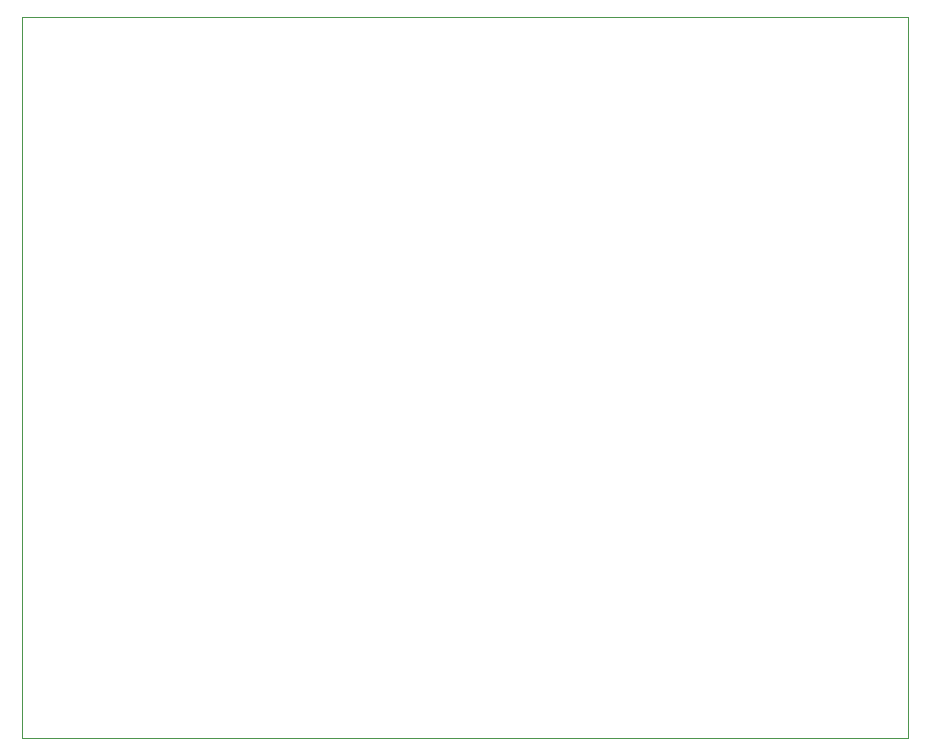
<source format=gbr>
G04 #@! TF.FileFunction,Profile,NP*
%FSLAX46Y46*%
G04 Gerber Fmt 4.6, Leading zero omitted, Abs format (unit mm)*
G04 Created by KiCad (PCBNEW 4.0.2-stable) date 2016-06-28 10:59.27*
%MOMM*%
G01*
G04 APERTURE LIST*
%ADD10C,0.100000*%
%ADD11C,0.010000*%
G04 APERTURE END LIST*
D10*
D11*
X100000000Y-161000000D02*
X100000000Y-100000000D01*
X175000000Y-161000000D02*
X100000000Y-161000000D01*
X175000000Y-100000000D02*
X175000000Y-161000000D01*
X100000000Y-100000000D02*
X175000000Y-100000000D01*
M02*

</source>
